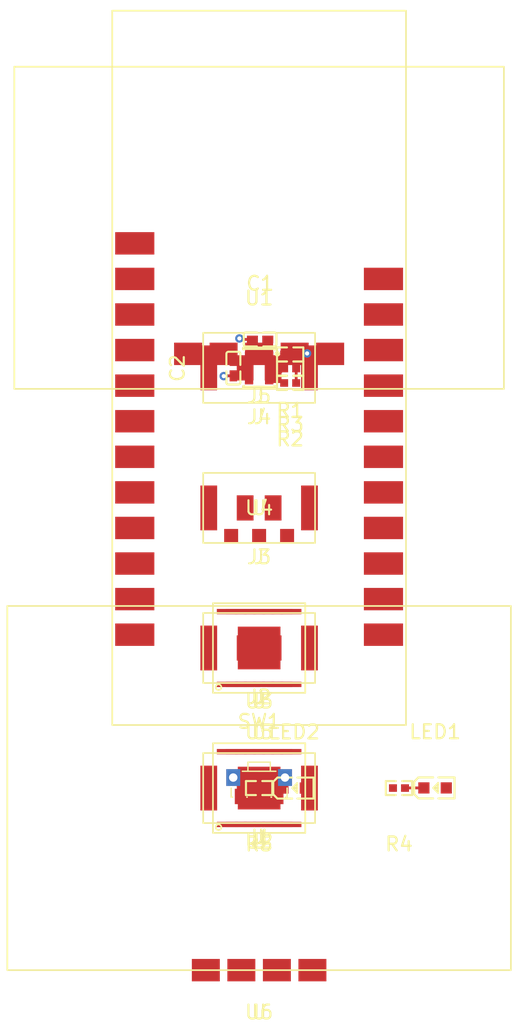
<source format=kicad_pcb>
(kicad_pcb (version 20241229) (generator "atopile") (generator_version "0.12.4")
  (layers (0 "F.Cu" signal) (31 "B.Cu" signal) (34 "B.Paste" user) (35 "F.Paste" user) (36 "B.SilkS" user "B.Silkscreen") (37 "F.SilkS" user "F.Silkscreen") (38 "B.Mask" user) (39 "F.Mask" user) (44 "Edge.Cuts" user))
  (net 0 "")
  (net 1 "address_bit_0")
  (net 2 "MOSI")
  (net 3 "CSB")
  (net 5 "spi-SCL")
  (net 7 "_4")
  (net 10 "footprint-cathode-0")
  (net 11 "_3")
  (net 6 "footprint-cathode-1")
  (net 14 "input")
  (net 16 "drv_right-nFAULT")
  (net 17 "SDA")
  (net 19 "drv_left-nFAULT")
  (net 20 "footprint-SCL")
  (net 21 "VBUS")
  (net 25 "drv_right-BIN2")
  (net 28 "GND")
  (net 29 "drv_right-BIN1")
  (net 31 "drv_right-AIN2")
  (net 32 "GP18")
  (net 34 "drv_right-AIN1")
  (net 35 "drv_left-BIN2")
  (net 38 "led_green_ind-power-anode")
  (net 42 "INT")
  (net 43 "drv_left-BIN1")
  (net 44 "led_red_ind-power-anode")
  (net 4 "drv_left-AOUT1")
  (net 8 "drv_right-AOUT2")
  (net 9 "VSYS")
  (net 12 "drv_right-AOUT1")
  (net 46 "VBAT_IN")
  (net 47 "VM")
  (net 48 "CHG_STATUS")
  (net 49 "drv_left-BOUT2")
  (net 50 "drv_left-AOUT2")
  (net 51 "drv_left-BOUT1")
  (net 52 "drv_right-BOUT2")
  (net 53 "drv_right-BOUT1")
  (net 15 "footprint-net-3")
  (net 18 "footprint-net-2")
  (net 22 "footprint-net-1")
  (net 27 "footprint-net-0")
  (net 30 "TX")
  (net 33 "RX")
  (net 36 "drv_right-SLEEP")
  (net 39 "drv_left-AIN2")
  (net 41 "drv_left-AIN1")
  (net 45 "drv_left-SLEEP")
  (footprint "UNI_ROYAL_0402WGF1002TCE:R0402" (layer "F.Cu") (at 2.219999999999999 -30.960000000000008 180)
    (property "Reference" "R1" (at 0 -4 180) (layer "F.SilkS") (hide no))
    (property "Value" "10kΩ ±1% 62.5mW")
    (fp_line (start -0.23 0.5) (end -0.94 0.5) (stroke (width 0.15)) (layer "F.SilkS"))
    (fp_line (start -0.94 0.5) (end -0.94 -0.5) (stroke (width 0.15)) (layer "F.SilkS"))
    (fp_line (start -0.94 -0.5) (end -0.23 -0.5) (stroke (width 0.15)) (layer "F.SilkS"))
    (fp_line (start 0.23 0.5) (end 0.94 0.5) (stroke (width 0.15)) (layer "F.SilkS"))
    (fp_line (start 0.94 0.5) (end 0.94 -0.5) (stroke (width 0.15)) (layer "F.SilkS"))
    (fp_line (start 0.94 -0.5) (end 0.23 -0.5) (stroke (width 0.15)) (layer "F.SilkS"))
    (fp_text user "${REFERENCE}" (at 0 -4 180) (layer "F.SilkS"))
    (pad "2" smd rect (at 0.43 0 180) (size 0.57 0.54) (layers "F.Cu" "F.Paste" "F.Mask") (net 3 "CSB"))
    (pad "1" smd rect (at -0.43 0 180) (size 0.57 0.54) (layers "F.Cu" "F.Paste" "F.Mask") (net 38 "led_green_ind-power-anode"))
  )
  (footprint "Samsung_Electro_Mechanics_CL05B104KO5NNNC:C0402" (layer "F.Cu") (at 0.06999999999999318 -32.03 0)
    (property "Reference" "C1" (at 0 -4 0) (layer "F.SilkS") (hide no))
    (property "Value" "100nF ±10% 16V X7R")
    (fp_line (start 1.02 -0.5) (end 0.23 -0.5) (stroke (width 0.15)) (layer "F.SilkS"))
    (fp_line (start 0.23 0.5) (end 1.02 0.5) (stroke (width 0.15)) (layer "F.SilkS"))
    (fp_line (start 1.17 0.35) (end 1.17 -0.35) (stroke (width 0.15)) (layer "F.SilkS"))
    (fp_line (start -1.02 -0.5) (end -0.23 -0.5) (stroke (width 0.15)) (layer "F.SilkS"))
    (fp_line (start -0.23 0.5) (end -1.02 0.5) (stroke (width 0.15)) (layer "F.SilkS"))
    (fp_line (start -1.17 0.35) (end -1.17 -0.35) (stroke (width 0.15)) (layer "F.SilkS"))
    (fp_arc (start 1.17 0.35) (mid 1.1260660171779822 0.45606601717798206) (end 1.02 0.4999999999999999) (stroke (width 0.15)) (layer "F.SilkS"))
    (fp_arc (start 1.02 -0.5) (mid 1.1260660171779822 -0.4560660171779821) (end 1.17 -0.35) (stroke (width 0.15)) (layer "F.SilkS"))
    (fp_arc (start -1.17 0.35) (mid -1.1260660171779822 0.45606601717798206) (end -1.02 0.4999999999999999) (stroke (width 0.15)) (layer "F.SilkS"))
    (fp_arc (start -1.02 -0.5) (mid -1.1260660171779822 -0.4560660171779821) (end -1.17 -0.35) (stroke (width 0.15)) (layer "F.SilkS"))
    (fp_text user "${REFERENCE}" (at 0 -4 0) (layer "F.SilkS"))
    (pad "2" smd rect (at 0.55 0 0) (size 0.79 0.54) (layers "F.Cu" "F.Paste" "F.Mask") (net 28 "GND"))
    (pad "1" smd rect (at -0.55 0 0) (size 0.79 0.54) (layers "F.Cu" "F.Paste" "F.Mask") (net 38 "led_green_ind-power-anode"))
  )
  (footprint "Samsung_Electro_Mechanics_CL05B104KO5NNNC:C0402" (layer "F.Cu") (at -1.8400000000000034 -29.980000000000004 90)
    (property "Reference" "C2" (at 0 -4 90) (layer "F.SilkS") (hide no))
    (property "Value" "100nF ±10% 16V X7R")
    (fp_line (start 1.02 -0.5) (end 0.23 -0.5) (stroke (width 0.15)) (layer "F.SilkS"))
    (fp_line (start 0.23 0.5) (end 1.02 0.5) (stroke (width 0.15)) (layer "F.SilkS"))
    (fp_line (start 1.17 0.35) (end 1.17 -0.35) (stroke (width 0.15)) (layer "F.SilkS"))
    (fp_line (start -1.02 -0.5) (end -0.23 -0.5) (stroke (width 0.15)) (layer "F.SilkS"))
    (fp_line (start -0.23 0.5) (end -1.02 0.5) (stroke (width 0.15)) (layer "F.SilkS"))
    (fp_line (start -1.17 0.35) (end -1.17 -0.35) (stroke (width 0.15)) (layer "F.SilkS"))
    (fp_arc (start 1.17 0.35) (mid 1.1260660171779822 0.45606601717798206) (end 1.02 0.4999999999999999) (stroke (width 0.15)) (layer "F.SilkS"))
    (fp_arc (start 1.02 -0.5) (mid 1.1260660171779822 -0.4560660171779821) (end 1.17 -0.35) (stroke (width 0.15)) (layer "F.SilkS"))
    (fp_arc (start -1.17 0.35) (mid -1.1260660171779822 0.45606601717798206) (end -1.02 0.4999999999999999) (stroke (width 0.15)) (layer "F.SilkS"))
    (fp_arc (start -1.02 -0.5) (mid -1.1260660171779822 -0.4560660171779821) (end -1.17 -0.35) (stroke (width 0.15)) (layer "F.SilkS"))
    (fp_text user "${REFERENCE}" (at 0 -4 90) (layer "F.SilkS"))
    (pad "2" smd rect (at 0.55 0 90) (size 0.79 0.54) (layers "F.Cu" "F.Paste" "F.Mask") (net 28 "GND"))
    (pad "1" smd rect (at -0.55 0 90) (size 0.79 0.54) (layers "F.Cu" "F.Paste" "F.Mask") (net 38 "led_green_ind-power-anode"))
  )
  (footprint "Bosch_Sensortec_BMP280:LGA-8_L2.5-W2.0-P0.65_AMP6127" (layer "F.Cu") (at 0 -30 0)
    (property "Reference" "U1" (at 0 -4.98 0) (layer "F.SilkS") (hide no))
    (property "Value" "")
    (fp_line (start 1.1 1.34) (end 1.1 1.4) (stroke (width 0.25)) (layer "F.SilkS"))
    (fp_line (start 1.1 -1.4) (end 1.1 -1.35) (stroke (width 0.25)) (layer "F.SilkS"))
    (fp_line (start -1.1 1.34) (end -1.1 1.4) (stroke (width 0.25)) (layer "F.SilkS"))
    (fp_line (start -1.1 -1.4) (end -1.1 -1.35) (stroke (width 0.25)) (layer "F.SilkS"))
    (fp_line (start -1.1 1.4) (end 1.1 1.4) (stroke (width 0.25)) (layer "F.SilkS"))
    (fp_line (start -1.1 -1.4) (end 1.1 -1.4) (stroke (width 0.25)) (layer "F.SilkS"))
    (fp_circle (center 1.3 -1) (end 1.4 -1) (stroke (width 0.2)) (fill no) (layer "F.SilkS"))
    (fp_text user "${REFERENCE}" (at 0 -4.98 0) (layer "F.SilkS"))
    (pad "5" smd rect (at -0.72 0.98 0) (size 0.6 0.4) (layers "F.Cu" "F.Paste" "F.Mask") (net 1 "address_bit_0"))
    (pad "6" smd rect (at -0.72 0.32 0) (size 0.6 0.4) (layers "F.Cu" "F.Paste" "F.Mask") (net 38 "led_green_ind-power-anode"))
    (pad "7" smd rect (at -0.72 -0.32 0) (size 0.6 0.4) (layers "F.Cu" "F.Paste" "F.Mask") (net 28 "GND"))
    (pad "8" smd rect (at -0.72 -0.98 0) (size 0.6 0.4) (layers "F.Cu" "F.Paste" "F.Mask") (net 38 "led_green_ind-power-anode"))
    (pad "4" smd rect (at 0.72 0.98 0) (size 0.6 0.4) (layers "F.Cu" "F.Paste" "F.Mask") (net 5 "spi-SCL"))
    (pad "3" smd rect (at 0.72 0.32 0) (size 0.6 0.4) (layers "F.Cu" "F.Paste" "F.Mask") (net 2 "MOSI"))
    (pad "2" smd rect (at 0.72 -0.32 0) (size 0.6 0.4) (layers "F.Cu" "F.Paste" "F.Mask") (net 3 "CSB"))
    (pad "1" smd rect (at 0.72 -0.98 0) (size 0.6 0.4) (layers "F.Cu" "F.Paste" "F.Mask") (net 28 "GND"))
  )
  (footprint "UNI_ROYAL_0402WGF1002TCE:R0402" (layer "F.Cu") (at 2.219999999999999 -28.92 180)
    (property "Reference" "R2" (at 0 -4 180) (layer "F.SilkS") (hide no))
    (property "Value" "10kΩ ±1% 62.5mW")
    (fp_line (start -0.23 0.5) (end -0.94 0.5) (stroke (width 0.15)) (layer "F.SilkS"))
    (fp_line (start -0.94 0.5) (end -0.94 -0.5) (stroke (width 0.15)) (layer "F.SilkS"))
    (fp_line (start -0.94 -0.5) (end -0.23 -0.5) (stroke (width 0.15)) (layer "F.SilkS"))
    (fp_line (start 0.23 0.5) (end 0.94 0.5) (stroke (width 0.15)) (layer "F.SilkS"))
    (fp_line (start 0.94 0.5) (end 0.94 -0.5) (stroke (width 0.15)) (layer "F.SilkS"))
    (fp_line (start 0.94 -0.5) (end 0.23 -0.5) (stroke (width 0.15)) (layer "F.SilkS"))
    (fp_text user "${REFERENCE}" (at 0 -4 180) (layer "F.SilkS"))
    (pad "2" smd rect (at 0.43 0 180) (size 0.57 0.54) (layers "F.Cu" "F.Paste" "F.Mask") (net 5 "spi-SCL"))
    (pad "1" smd rect (at -0.43 0 180) (size 0.57 0.54) (layers "F.Cu" "F.Paste" "F.Mask") (net 38 "led_green_ind-power-anode"))
  )
  (footprint "UNI_ROYAL_0402WGF1002TCE:R0402" (layer "F.Cu") (at 2.219999999999999 -29.950000000000003 180)
    (property "Reference" "R3" (at 0 -4 180) (layer "F.SilkS") (hide no))
    (property "Value" "10kΩ ±1% 62.5mW")
    (fp_line (start -0.23 0.5) (end -0.94 0.5) (stroke (width 0.15)) (layer "F.SilkS"))
    (fp_line (start -0.94 0.5) (end -0.94 -0.5) (stroke (width 0.15)) (layer "F.SilkS"))
    (fp_line (start -0.94 -0.5) (end -0.23 -0.5) (stroke (width 0.15)) (layer "F.SilkS"))
    (fp_line (start 0.23 0.5) (end 0.94 0.5) (stroke (width 0.15)) (layer "F.SilkS"))
    (fp_line (start 0.94 0.5) (end 0.94 -0.5) (stroke (width 0.15)) (layer "F.SilkS"))
    (fp_line (start 0.94 -0.5) (end 0.23 -0.5) (stroke (width 0.15)) (layer "F.SilkS"))
    (fp_text user "${REFERENCE}" (at 0 -4 180) (layer "F.SilkS"))
    (pad "2" smd rect (at 0.43 0 180) (size 0.57 0.54) (layers "F.Cu" "F.Paste" "F.Mask") (net 2 "MOSI"))
    (pad "1" smd rect (at -0.43 0 180) (size 0.57 0.54) (layers "F.Cu" "F.Paste" "F.Mask") (net 38 "led_green_ind-power-anode"))
  )
  (footprint "ALPSALPINE_SKTDLDE010:KEY-SMD_SKTDLDE010" (layer "F.Cu") (at 0 0 0)
    (property "Reference" "SW1" (at 0 -4.75 0) (layer "F.SilkS") (hide no))
    (property "Value" "")
    (fp_line (start -0.8 -1.25) (end -0.8 -1.85) (stroke (width 0.1)) (layer "F.SilkS"))
    (fp_line (start -0.8 -1.85) (end 0.8 -1.85) (stroke (width 0.1)) (layer "F.SilkS"))
    (fp_line (start 0.8 -1.85) (end 0.8 -1.25) (stroke (width 0.1)) (layer "F.SilkS"))
    (fp_line (start 0 -1.2) (end 1.2 -1.2) (stroke (width 0.1)) (layer "F.SilkS"))
    (fp_line (start 0 -1.2) (end -1.2 -1.2) (stroke (width 0.1)) (layer "F.SilkS"))
    (fp_line (start -2 0.65) (end -1.89 0.65) (stroke (width 0.1)) (layer "F.SilkS"))
    (fp_line (start -0.88 0.65) (end -0.85 0.65) (stroke (width 0.1)) (layer "F.SilkS"))
    (fp_line (start 0.85 0.65) (end 0.89 0.65) (stroke (width 0.1)) (layer "F.SilkS"))
    (fp_line (start 1.9 0.65) (end 2 0.65) (stroke (width 0.1)) (layer "F.SilkS"))
    (fp_line (start 2 0.65) (end 2 0) (stroke (width 0.1)) (layer "F.SilkS"))
    (fp_line (start -2 0.65) (end -2 0) (stroke (width 0.1)) (layer "F.SilkS"))
    (fp_text user "${REFERENCE}" (at 0 -4.75 0) (layer "F.SilkS"))
    (pad "2" smd rect (at -1.39 0.6 0) (size 0.7 1.1) (layers "F.Cu" "F.Paste" "F.Mask") (net 28 "GND"))
    (pad "1" smd rect (at 1.39 0.6 0) (size 0.7 1.1) (layers "F.Cu" "F.Paste" "F.Mask") (net 14 "input"))
    (pad "3" smd rect (at 0 0.75 0) (size 1.4 1.1) (layers "F.Cu" "F.Paste" "F.Mask") (net 11 "_3"))
    (pad "4" thru_hole rect (at 1.85 -0.75 0) (size 1 1.2) (drill 0.599948) (layers "*.Cu" "*.Mask") (net 7 "_4"))
    (pad "4" thru_hole rect (at -1.85 -0.75 0) (size 1 1.2) (drill 0.599948) (layers "*.Cu" "*.Mask") (net 7 "_4"))
  )
  (footprint "UNI_ROYAL_0402WGF1001TCE:R0402" (layer "F.Cu") (at 10 0 180)
    (property "Reference" "R4" (at 0 -4 180) (layer "F.SilkS") (hide no))
    (property "Value" "1kΩ ±1% 62.5mW")
    (fp_line (start -0.23 0.5) (end -0.94 0.5) (stroke (width 0.15)) (layer "F.SilkS"))
    (fp_line (start -0.94 0.5) (end -0.94 -0.5) (stroke (width 0.15)) (layer "F.SilkS"))
    (fp_line (start -0.94 -0.5) (end -0.23 -0.5) (stroke (width 0.15)) (layer "F.SilkS"))
    (fp_line (start 0.23 0.5) (end 0.94 0.5) (stroke (width 0.15)) (layer "F.SilkS"))
    (fp_line (start 0.94 0.5) (end 0.94 -0.5) (stroke (width 0.15)) (layer "F.SilkS"))
    (fp_line (start 0.94 -0.5) (end 0.23 -0.5) (stroke (width 0.15)) (layer "F.SilkS"))
    (fp_text user "${REFERENCE}" (at 0 -4 180) (layer "F.SilkS"))
    (pad "2" smd rect (at 0.43 0 180) (size 0.57 0.54) (layers "F.Cu" "F.Paste" "F.Mask") (net 28 "GND"))
    (pad "1" smd rect (at -0.43 0 180) (size 0.57 0.54) (layers "F.Cu" "F.Paste" "F.Mask") (net 10 "footprint-cathode-0"))
  )
  (footprint "Hubei_KENTO_Elec_KT_0603G:LED0603-RD" (layer "F.Cu") (at 12.580000000000013 -0.009999999999990905 0)
    (property "Reference" "LED1" (at 0 -4 0) (layer "F.SilkS") (hide no))
    (property "Value" "")
    (fp_line (start 0.22 0.33) (end 0.21 0.33) (stroke (width 0.15)) (layer "F.SilkS"))
    (fp_line (start 0.21 0.33) (end -0.12 0) (stroke (width 0.15)) (layer "F.SilkS"))
    (fp_line (start 0.22 -0.35) (end 0.22 -0.34) (stroke (width 0.15)) (layer "F.SilkS"))
    (fp_line (start 0.22 -0.34) (end -0.12 0) (stroke (width 0.15)) (layer "F.SilkS"))
    (fp_line (start 0.22 -0.35) (end 0.22 0.33) (stroke (width 0.15)) (layer "F.SilkS"))
    (fp_line (start 0.24 -0.75) (end 1.39 -0.75) (stroke (width 0.15)) (layer "F.SilkS"))
    (fp_line (start 0.24 0.75) (end 1.39 0.75) (stroke (width 0.15)) (layer "F.SilkS"))
    (fp_line (start 1.39 -0.75) (end 1.39 0.73) (stroke (width 0.15)) (layer "F.SilkS"))
    (fp_line (start -0.14 0.75) (end -1.19 0.75) (stroke (width 0.15)) (layer "F.SilkS"))
    (fp_line (start -1.49 0.35) (end -1.49 0.45) (stroke (width 0.15)) (layer "F.SilkS"))
    (fp_line (start -1.49 0.45) (end -1.19 0.75) (stroke (width 0.15)) (layer "F.SilkS"))
    (fp_line (start -1.49 -0.35) (end -1.49 0.35) (stroke (width 0.15)) (layer "F.SilkS"))
    (fp_line (start -1.49 -0.35) (end -1.49 -0.45) (stroke (width 0.15)) (layer "F.SilkS"))
    (fp_line (start -1.49 -0.45) (end -1.19 -0.75) (stroke (width 0.15)) (layer "F.SilkS"))
    (fp_line (start -0.14 -0.75) (end -1.19 -0.75) (stroke (width 0.15)) (layer "F.SilkS"))
    (fp_line (start 0.22 0) (end -0.12 0) (stroke (width 0.15)) (layer "F.SilkS"))
    (fp_text user "${REFERENCE}" (at 0 -4 0) (layer "F.SilkS"))
    (pad "2" smd rect (at 0.8 0 90) (size 0.8 0.8) (layers "F.Cu" "F.Paste" "F.Mask") (net 38 "led_green_ind-power-anode"))
    (pad "1" smd rect (at -0.8 0 90) (size 0.8 0.8) (layers "F.Cu" "F.Paste" "F.Mask") (net 10 "footprint-cathode-0"))
  )
  (footprint "UNI_ROYAL_0402WGF1002TCE:R0402" (layer "F.Cu") (at 0 0 180)
    (property "Reference" "R5" (at 0 -4 180) (layer "F.SilkS") (hide no))
    (property "Value" "10kΩ ±1% 62.5mW")
    (fp_line (start -0.23 0.5) (end -0.94 0.5) (stroke (width 0.15)) (layer "F.SilkS"))
    (fp_line (start -0.94 0.5) (end -0.94 -0.5) (stroke (width 0.15)) (layer "F.SilkS"))
    (fp_line (start -0.94 -0.5) (end -0.23 -0.5) (stroke (width 0.15)) (layer "F.SilkS"))
    (fp_line (start 0.23 0.5) (end 0.94 0.5) (stroke (width 0.15)) (layer "F.SilkS"))
    (fp_line (start 0.94 0.5) (end 0.94 -0.5) (stroke (width 0.15)) (layer "F.SilkS"))
    (fp_line (start 0.94 -0.5) (end 0.23 -0.5) (stroke (width 0.15)) (layer "F.SilkS"))
    (fp_text user "${REFERENCE}" (at 0 -4 180) (layer "F.SilkS"))
    (pad "2" smd rect (at 0.43 0 180) (size 0.57 0.54) (layers "F.Cu" "F.Paste" "F.Mask") (net 28 "GND"))
    (pad "1" smd rect (at -0.43 0 180) (size 0.57 0.54) (layers "F.Cu" "F.Paste" "F.Mask") (net 6 "footprint-cathode-1"))
  )
  (footprint "Hubei_KENTO_Elec_KT_0603R:LED0603-RD" (layer "F.Cu") (at 2.5 0 0)
    (property "Reference" "LED2" (at 0 -4 0) (layer "F.SilkS") (hide no))
    (property "Value" "")
    (fp_line (start 0.22 0.33) (end 0.21 0.33) (stroke (width 0.15)) (layer "F.SilkS"))
    (fp_line (start 0.21 0.33) (end -0.12 0) (stroke (width 0.15)) (layer "F.SilkS"))
    (fp_line (start 0.22 -0.35) (end 0.22 -0.34) (stroke (width 0.15)) (layer "F.SilkS"))
    (fp_line (start 0.22 -0.34) (end -0.12 0) (stroke (width 0.15)) (layer "F.SilkS"))
    (fp_line (start 0.22 -0.35) (end 0.22 0.33) (stroke (width 0.15)) (layer "F.SilkS"))
    (fp_line (start 0.24 -0.75) (end 1.39 -0.75) (stroke (width 0.15)) (layer "F.SilkS"))
    (fp_line (start 0.24 0.75) (end 1.39 0.75) (stroke (width 0.15)) (layer "F.SilkS"))
    (fp_line (start 1.39 -0.75) (end 1.39 0.73) (stroke (width 0.15)) (layer "F.SilkS"))
    (fp_line (start -0.14 0.75) (end -1.19 0.75) (stroke (width 0.15)) (layer "F.SilkS"))
    (fp_line (start -1.49 0.35) (end -1.49 0.45) (stroke (width 0.15)) (layer "F.SilkS"))
    (fp_line (start -1.49 0.45) (end -1.19 0.75) (stroke (width 0.15)) (layer "F.SilkS"))
    (fp_line (start -1.49 -0.35) (end -1.49 0.35) (stroke (width 0.15)) (layer "F.SilkS"))
    (fp_line (start -1.49 -0.35) (end -1.49 -0.45) (stroke (width 0.15)) (layer "F.SilkS"))
    (fp_line (start -1.49 -0.45) (end -1.19 -0.75) (stroke (width 0.15)) (layer "F.SilkS"))
    (fp_line (start -0.14 -0.75) (end -1.19 -0.75) (stroke (width 0.15)) (layer "F.SilkS"))
    (fp_line (start 0.22 0) (end -0.12 0) (stroke (width 0.15)) (layer "F.SilkS"))
    (fp_text user "${REFERENCE}" (at 0 -4 0) (layer "F.SilkS"))
    (pad "2" smd rect (at 0.8 0 90) (size 0.8 0.8) (layers "F.Cu" "F.Paste" "F.Mask") (net 44 "led_red_ind-power-anode"))
    (pad "1" smd rect (at -0.8 0 90) (size 0.8 0.8) (layers "F.Cu" "F.Paste" "F.Mask") (net 6 "footprint-cathode-1"))
  )
  (footprint "TI_DRV8833:TI_DRV8833" (layer "F.Cu") (at 0 0 0)
    (property "Reference" "U2" (at 0 3.8 0) (layer "F.SilkS") (hide no))
    (property "Value" "")
    (fp_line (start -3.3 -3.2) (end 3.3 -3.2) (stroke (width 0.12)) (layer "F.SilkS"))
    (fp_line (start 3.3 -3.2) (end 3.3 3.2) (stroke (width 0.12)) (layer "F.SilkS"))
    (fp_line (start 3.3 3.2) (end -3.3 3.2) (stroke (width 0.12)) (layer "F.SilkS"))
    (fp_line (start -3.3 3.2) (end -3.3 -3.2) (stroke (width 0.12)) (layer "F.SilkS"))
    (fp_circle (center -2.9 2.8) (end -2.7 2.8) (stroke (width 0.12)) (fill no) (layer "F.SilkS"))
    (fp_text user "U" (at 0 3.8 0) (layer "F.SilkS"))
    (pad "AIN1" smd rect (at -2.275 2.6 0) (size 1.5 0.38) (layers "F.Cu" "F.Paste" "F.Mask") (net 41 "drv_left-AIN1"))
    (pad "AIN2" smd rect (at -1.625 2.6 0) (size 1.5 0.38) (layers "F.Cu" "F.Paste" "F.Mask") (net 39 "drv_left-AIN2"))
    (pad "BIN1" smd rect (at -0.975 2.6 0) (size 1.5 0.38) (layers "F.Cu" "F.Paste" "F.Mask") (net 43 "drv_left-BIN1"))
    (pad "BIN2" smd rect (at -0.325 2.6 0) (size 1.5 0.38) (layers "F.Cu" "F.Paste" "F.Mask") (net 35 "drv_left-BIN2"))
    (pad "SLEEP" smd rect (at 0.325 2.6 0) (size 1.5 0.38) (layers "F.Cu" "F.Paste" "F.Mask") (net 45 "drv_left-SLEEP"))
    (pad "nFAULT" smd rect (at 0.975 2.6 0) (size 1.5 0.38) (layers "F.Cu" "F.Paste" "F.Mask") (net 19 "drv_left-nFAULT"))
    (pad "VM" smd rect (at 1.625 2.6 0) (size 1.5 0.38) (layers "F.Cu" "F.Paste" "F.Mask") (net 47 "VM"))
    (pad "GND" smd rect (at 2.275 2.6 0) (size 1.5 0.38) (layers "F.Cu" "F.Paste" "F.Mask") (net 28 "GND"))
    (pad "AOUT1" smd rect (at -2.275 -2.6 0) (size 1.5 0.38) (layers "F.Cu" "F.Paste" "F.Mask") (net 4 "drv_left-AOUT1"))
    (pad "AOUT2" smd rect (at -1.625 -2.6 0) (size 1.5 0.38) (layers "F.Cu" "F.Paste" "F.Mask") (net 50 "drv_left-AOUT2"))
    (pad "BOUT1" smd rect (at -0.975 -2.6 0) (size 1.5 0.38) (layers "F.Cu" "F.Paste" "F.Mask") (net 51 "drv_left-BOUT1"))
    (pad "BOUT2" smd rect (at -0.325 -2.6 0) (size 1.5 0.38) (layers "F.Cu" "F.Paste" "F.Mask") (net 49 "drv_left-BOUT2"))
    (pad "VM" smd rect (at 0.325 -2.6 0) (size 1.5 0.38) (layers "F.Cu" "F.Paste" "F.Mask") (net 47 "VM"))
    (pad "GND" smd rect (at 0.975 -2.6 0) (size 1.5 0.38) (layers "F.Cu" "F.Paste" "F.Mask") (net 28 "GND"))
    (pad "SLEEP" smd rect (at 1.625 -2.6 0) (size 1.5 0.38) (layers "F.Cu" "F.Paste" "F.Mask") (net 45 "drv_left-SLEEP"))
    (pad "nFAULT" smd rect (at 2.275 -2.6 0) (size 1.5 0.38) (layers "F.Cu" "F.Paste" "F.Mask") (net 19 "drv_left-nFAULT"))
    (pad "GND" smd rect (at 0 0 0) (size 3.05 3.05) (layers "F.Cu" "F.Paste" "F.Mask") (net 28 "GND"))
  )
  (footprint "TI_DRV8833:TI_DRV8833" (layer "F.Cu") (at 0 -10 0)
    (property "Reference" "U3" (at 0 3.8 0) (layer "F.SilkS") (hide no))
    (property "Value" "")
    (fp_line (start -3.3 -3.2) (end 3.3 -3.2) (stroke (width 0.12)) (layer "F.SilkS"))
    (fp_line (start 3.3 -3.2) (end 3.3 3.2) (stroke (width 0.12)) (layer "F.SilkS"))
    (fp_line (start 3.3 3.2) (end -3.3 3.2) (stroke (width 0.12)) (layer "F.SilkS"))
    (fp_line (start -3.3 3.2) (end -3.3 -3.2) (stroke (width 0.12)) (layer "F.SilkS"))
    (fp_circle (center -2.9 2.8) (end -2.7 2.8) (stroke (width 0.12)) (fill no) (layer "F.SilkS"))
    (fp_text user "U" (at 0 3.8 0) (layer "F.SilkS"))
    (pad "AIN1" smd rect (at -2.275 2.6 0) (size 1.5 0.38) (layers "F.Cu" "F.Paste" "F.Mask") (net 34 "drv_right-AIN1"))
    (pad "AIN2" smd rect (at -1.625 2.6 0) (size 1.5 0.38) (layers "F.Cu" "F.Paste" "F.Mask") (net 31 "drv_right-AIN2"))
    (pad "BIN1" smd rect (at -0.975 2.6 0) (size 1.5 0.38) (layers "F.Cu" "F.Paste" "F.Mask") (net 29 "drv_right-BIN1"))
    (pad "BIN2" smd rect (at -0.325 2.6 0) (size 1.5 0.38) (layers "F.Cu" "F.Paste" "F.Mask") (net 25 "drv_right-BIN2"))
    (pad "SLEEP" smd rect (at 0.325 2.6 0) (size 1.5 0.38) (layers "F.Cu" "F.Paste" "F.Mask") (net 36 "drv_right-SLEEP"))
    (pad "nFAULT" smd rect (at 0.975 2.6 0) (size 1.5 0.38) (layers "F.Cu" "F.Paste" "F.Mask") (net 16 "drv_right-nFAULT"))
    (pad "VM" smd rect (at 1.625 2.6 0) (size 1.5 0.38) (layers "F.Cu" "F.Paste" "F.Mask") (net 47 "VM"))
    (pad "GND" smd rect (at 2.275 2.6 0) (size 1.5 0.38) (layers "F.Cu" "F.Paste" "F.Mask") (net 28 "GND"))
    (pad "AOUT1" smd rect (at -2.275 -2.6 0) (size 1.5 0.38) (layers "F.Cu" "F.Paste" "F.Mask") (net 12 "drv_right-AOUT1"))
    (pad "AOUT2" smd rect (at -1.625 -2.6 0) (size 1.5 0.38) (layers "F.Cu" "F.Paste" "F.Mask") (net 8 "drv_right-AOUT2"))
    (pad "BOUT1" smd rect (at -0.975 -2.6 0) (size 1.5 0.38) (layers "F.Cu" "F.Paste" "F.Mask") (net 53 "drv_right-BOUT1"))
    (pad "BOUT2" smd rect (at -0.325 -2.6 0) (size 1.5 0.38) (layers "F.Cu" "F.Paste" "F.Mask") (net 52 "drv_right-BOUT2"))
    (pad "VM" smd rect (at 0.325 -2.6 0) (size 1.5 0.38) (layers "F.Cu" "F.Paste" "F.Mask") (net 47 "VM"))
    (pad "GND" smd rect (at 0.975 -2.6 0) (size 1.5 0.38) (layers "F.Cu" "F.Paste" "F.Mask") (net 28 "GND"))
    (pad "SLEEP" smd rect (at 1.625 -2.6 0) (size 1.5 0.38) (layers "F.Cu" "F.Paste" "F.Mask") (net 36 "drv_right-SLEEP"))
    (pad "nFAULT" smd rect (at 2.275 -2.6 0) (size 1.5 0.38) (layers "F.Cu" "F.Paste" "F.Mask") (net 16 "drv_right-nFAULT"))
    (pad "GND" smd rect (at 0 0 0) (size 3.05 3.05) (layers "F.Cu" "F.Paste" "F.Mask") (net 28 "GND"))
  )
  (footprint "GY-91:GY-91" (layer "F.Cu") (at 0 -20 0)
    (property "Reference" "U4" (at 0 0 0) (layer "F.SilkS") (hide no))
    (property "Value" "")
    (fp_text user "U" (at 0 0 0) (layer "F.SilkS"))
    (pad "SDA" smd rect (at -2 2 0) (size 1 1) (layers "F.Cu" "F.Paste" "F.Mask") (net 17 "SDA"))
    (pad "SCL" smd rect (at 0 2 0) (size 1 1) (layers "F.Cu" "F.Paste" "F.Mask") (net 20 "footprint-SCL"))
    (pad "INT" smd rect (at 2 2 0) (size 1 1) (layers "F.Cu" "F.Paste" "F.Mask") (net 42 "INT"))
    (pad "VCC" smd rect (at -1 0 0) (size 1 1) (layers "F.Cu" "F.Paste" "F.Mask") (net 38 "led_green_ind-power-anode"))
    (pad "GND" smd rect (at 1 0 0) (size 1 1) (layers "F.Cu" "F.Paste" "F.Mask") (net 28 "GND"))
  )
  (footprint "Raspberry_Pi_Pico_2W:Raspberry_Pi_Pico_2W" (layer "F.Cu") (at 0 -30 0)
    (property "Reference" "U5" (at 0 26 0) (layer "F.SilkS") (hide no))
    (property "Value" "")
    (fp_line (start -10.5 -25.5) (end 10.5 -25.5) (stroke (width 0.12)) (layer "F.SilkS"))
    (fp_line (start 10.5 -25.5) (end 10.5 25.5) (stroke (width 0.12)) (layer "F.SilkS"))
    (fp_line (start 10.5 25.5) (end -10.5 25.5) (stroke (width 0.12)) (layer "F.SilkS"))
    (fp_line (start -10.5 25.5) (end -10.5 -25.5) (stroke (width 0.12)) (layer "F.SilkS"))
    (fp_text user "U" (at 0 26 0) (layer "F.SilkS"))
    (pad "GP0" smd rect (at -8.89 19.05 0) (size 2.8 1.6) (layers "F.Cu" "F.Paste" "F.Mask") (net 33 "RX"))
    (pad "GP1" smd rect (at -8.89 16.51 0) (size 2.8 1.6) (layers "F.Cu" "F.Paste" "F.Mask") (net 30 "TX"))
    (pad "GP2" smd rect (at -8.89 13.97 0) (size 2.8 1.6) (layers "F.Cu" "F.Paste" "F.Mask") (net 43 "drv_left-BIN1"))
    (pad "GP3" smd rect (at -8.89 11.43 0) (size 2.8 1.6) (layers "F.Cu" "F.Paste" "F.Mask") (net 35 "drv_left-BIN2"))
    (pad "GP4" smd rect (at -8.89 8.89 0) (size 2.8 1.6) (layers "F.Cu" "F.Paste" "F.Mask") (net 34 "drv_right-AIN1"))
    (pad "GP5" smd rect (at -8.89 6.35 0) (size 2.8 1.6) (layers "F.Cu" "F.Paste" "F.Mask") (net 31 "drv_right-AIN2"))
    (pad "GP6" smd rect (at -8.89 3.81 0) (size 2.8 1.6) (layers "F.Cu" "F.Paste" "F.Mask") (net 29 "drv_right-BIN1"))
    (pad "GP7" smd rect (at -8.89 1.27 0) (size 2.8 1.6) (layers "F.Cu" "F.Paste" "F.Mask") (net 25 "drv_right-BIN2"))
    (pad "GP8" smd rect (at -8.89 -1.27 0) (size 2.8 1.6) (layers "F.Cu" "F.Paste" "F.Mask") (net 41 "drv_left-AIN1"))
    (pad "GP9" smd rect (at -8.89 -3.81 0) (size 2.8 1.6) (layers "F.Cu" "F.Paste" "F.Mask") (net 39 "drv_left-AIN2"))
    (pad "GND" smd rect (at -8.89 -6.35 0) (size 2.8 1.6) (layers "F.Cu" "F.Paste" "F.Mask") (net 28 "GND"))
    (pad "V3V3" smd rect (at -8.89 -8.89 0) (size 2.8 1.6) (layers "F.Cu" "F.Paste" "F.Mask") (net 38 "led_green_ind-power-anode"))
    (pad "SDA" smd rect (at 8.89 19.05 0) (size 2.8 1.6) (layers "F.Cu" "F.Paste" "F.Mask") (net 17 "SDA"))
    (pad "SCL" smd rect (at 8.89 16.51 0) (size 2.8 1.6) (layers "F.Cu" "F.Paste" "F.Mask") (net 20 "footprint-SCL"))
    (pad "VSYS" smd rect (at 8.89 13.97 0) (size 2.8 1.6) (layers "F.Cu" "F.Paste" "F.Mask") (net 9 "VSYS"))
    (pad "VBUS" smd rect (at 8.89 11.43 0) (size 2.8 1.6) (layers "F.Cu" "F.Paste" "F.Mask") (net 21 "VBUS"))
    (pad "GP13" smd rect (at 8.89 8.89 0) (size 2.8 1.6) (layers "F.Cu" "F.Paste" "F.Mask") (net 14 "input"))
    (pad "GP14" smd rect (at 8.89 6.35 0) (size 2.8 1.6) (layers "F.Cu" "F.Paste" "F.Mask") (net 44 "led_red_ind-power-anode"))
    (pad "GP15" smd rect (at 8.89 3.81 0) (size 2.8 1.6) (layers "F.Cu" "F.Paste" "F.Mask") (net 45 "drv_left-SLEEP"))
    (pad "GP16" smd rect (at 8.89 1.27 0) (size 2.8 1.6) (layers "F.Cu" "F.Paste" "F.Mask") (net 42 "INT"))
    (pad "GP17" smd rect (at 8.89 -1.27 0) (size 2.8 1.6) (layers "F.Cu" "F.Paste" "F.Mask") (net 36 "drv_right-SLEEP"))
    (pad "GP18" smd rect (at 8.89 -3.81 0) (size 2.8 1.6) (layers "F.Cu" "F.Paste" "F.Mask") (net 32 "GP18"))
    (pad "GND" smd rect (at 8.89 -6.35 0) (size 2.8 1.6) (layers "F.Cu" "F.Paste" "F.Mask") (net 28 "GND"))
  )
  (footprint "Connector_2Pin_JST_PH:JST_PH_B2B-PH-SM4-TB" (layer "F.Cu") (at 0 0 0)
    (property "Reference" "J1" (at 0 3.5 0) (layer "F.SilkS") (hide no))
    (property "Value" "")
    (fp_line (start -4 -2.5) (end 4 -2.5) (stroke (width 0.12)) (layer "F.SilkS"))
    (fp_line (start 4 -2.5) (end 4 2.5) (stroke (width 0.12)) (layer "F.SilkS"))
    (fp_line (start 4 2.5) (end -4 2.5) (stroke (width 0.12)) (layer "F.SilkS"))
    (fp_line (start -4 2.5) (end -4 -2.5) (stroke (width 0.12)) (layer "F.SilkS"))
    (fp_text user "J" (at 0 3.5 0) (layer "F.SilkS"))
    (pad "1" smd rect (at -1 0 0) (size 1.2 1.8) (layers "F.Cu" "F.Paste" "F.Mask") (net 4 "drv_left-AOUT1"))
    (pad "2" smd rect (at 1 0 0) (size 1.2 1.8) (layers "F.Cu" "F.Paste" "F.Mask") (net 50 "drv_left-AOUT2"))
    (pad "MP" smd rect (at -3.6 0 0) (size 1.2 3.2) (layers "F.Cu" "F.Paste" "F.Mask") (net 27 "footprint-net-0"))
    (pad "MP" smd rect (at 3.6 0 0) (size 1.2 3.2) (layers "F.Cu" "F.Paste" "F.Mask") (net 27 "footprint-net-0"))
  )
  (footprint "Connector_2Pin_JST_PH:JST_PH_B2B-PH-SM4-TB" (layer "F.Cu") (at 0 -10 0)
    (property "Reference" "J2" (at 0 3.5 0) (layer "F.SilkS") (hide no))
    (property "Value" "")
    (fp_line (start -4 -2.5) (end 4 -2.5) (stroke (width 0.12)) (layer "F.SilkS"))
    (fp_line (start 4 -2.5) (end 4 2.5) (stroke (width 0.12)) (layer "F.SilkS"))
    (fp_line (start 4 2.5) (end -4 2.5) (stroke (width 0.12)) (layer "F.SilkS"))
    (fp_line (start -4 2.5) (end -4 -2.5) (stroke (width 0.12)) (layer "F.SilkS"))
    (fp_text user "J" (at 0 3.5 0) (layer "F.SilkS"))
    (pad "1" smd rect (at -1 0 0) (size 1.2 1.8) (layers "F.Cu" "F.Paste" "F.Mask") (net 51 "drv_left-BOUT1"))
    (pad "2" smd rect (at 1 0 0) (size 1.2 1.8) (layers "F.Cu" "F.Paste" "F.Mask") (net 49 "drv_left-BOUT2"))
    (pad "MP" smd rect (at -3.6 0 0) (size 1.2 3.2) (layers "F.Cu" "F.Paste" "F.Mask") (net 22 "footprint-net-1"))
    (pad "MP" smd rect (at 3.6 0 0) (size 1.2 3.2) (layers "F.Cu" "F.Paste" "F.Mask") (net 22 "footprint-net-1"))
  )
  (footprint "Connector_2Pin_JST_PH:JST_PH_B2B-PH-SM4-TB" (layer "F.Cu") (at 0 -20 0)
    (property "Reference" "J3" (at 0 3.5 0) (layer "F.SilkS") (hide no))
    (property "Value" "")
    (fp_line (start -4 -2.5) (end 4 -2.5) (stroke (width 0.12)) (layer "F.SilkS"))
    (fp_line (start 4 -2.5) (end 4 2.5) (stroke (width 0.12)) (layer "F.SilkS"))
    (fp_line (start 4 2.5) (end -4 2.5) (stroke (width 0.12)) (layer "F.SilkS"))
    (fp_line (start -4 2.5) (end -4 -2.5) (stroke (width 0.12)) (layer "F.SilkS"))
    (fp_text user "J" (at 0 3.5 0) (layer "F.SilkS"))
    (pad "1" smd rect (at -1 0 0) (size 1.2 1.8) (layers "F.Cu" "F.Paste" "F.Mask") (net 12 "drv_right-AOUT1"))
    (pad "2" smd rect (at 1 0 0) (size 1.2 1.8) (layers "F.Cu" "F.Paste" "F.Mask") (net 8 "drv_right-AOUT2"))
    (pad "MP" smd rect (at -3.6 0 0) (size 1.2 3.2) (layers "F.Cu" "F.Paste" "F.Mask") (net 18 "footprint-net-2"))
    (pad "MP" smd rect (at 3.6 0 0) (size 1.2 3.2) (layers "F.Cu" "F.Paste" "F.Mask") (net 18 "footprint-net-2"))
  )
  (footprint "Connector_2Pin_JST_PH:JST_PH_B2B-PH-SM4-TB" (layer "F.Cu") (at 0 -30 0)
    (property "Reference" "J4" (at 0 3.5 0) (layer "F.SilkS") (hide no))
    (property "Value" "")
    (fp_line (start -4 -2.5) (end 4 -2.5) (stroke (width 0.12)) (layer "F.SilkS"))
    (fp_line (start 4 -2.5) (end 4 2.5) (stroke (width 0.12)) (layer "F.SilkS"))
    (fp_line (start 4 2.5) (end -4 2.5) (stroke (width 0.12)) (layer "F.SilkS"))
    (fp_line (start -4 2.5) (end -4 -2.5) (stroke (width 0.12)) (layer "F.SilkS"))
    (fp_text user "J" (at 0 3.5 0) (layer "F.SilkS"))
    (pad "1" smd rect (at -1 0 0) (size 1.2 1.8) (layers "F.Cu" "F.Paste" "F.Mask") (net 53 "drv_right-BOUT1"))
    (pad "2" smd rect (at 1 0 0) (size 1.2 1.8) (layers "F.Cu" "F.Paste" "F.Mask") (net 52 "drv_right-BOUT2"))
    (pad "MP" smd rect (at -3.6 0 0) (size 1.2 3.2) (layers "F.Cu" "F.Paste" "F.Mask") (net 15 "footprint-net-3"))
    (pad "MP" smd rect (at 3.6 0 0) (size 1.2 3.2) (layers "F.Cu" "F.Paste" "F.Mask") (net 15 "footprint-net-3"))
  )
  (footprint "AmigoPro_PIM485:AmigoPro_PIM485" (layer "F.Cu") (at 0 -40 0)
    (property "Reference" "J5" (at 0 12 0) (layer "F.SilkS") (hide no))
    (property "Value" "")
    (fp_line (start -17.5 -11.5) (end 17.5 -11.5) (stroke (width 0.12)) (layer "F.SilkS"))
    (fp_line (start 17.5 -11.5) (end 17.5 11.5) (stroke (width 0.12)) (layer "F.SilkS"))
    (fp_line (start 17.5 11.5) (end -17.5 11.5) (stroke (width 0.12)) (layer "F.SilkS"))
    (fp_line (start -17.5 11.5) (end -17.5 -11.5) (stroke (width 0.12)) (layer "F.SilkS"))
    (fp_text user "J" (at 0 12 0) (layer "F.SilkS"))
    (pad "VBAT_IN" smd rect (at -5.08 9 0) (size 2 1.6) (layers "F.Cu" "F.Paste" "F.Mask") (net 46 "VBAT_IN"))
    (pad "VBAT_OUT" smd rect (at -2.54 9 0) (size 2 1.6) (layers "F.Cu" "F.Paste" "F.Mask") (net 9 "VSYS"))
    (pad "V5" smd rect (at 0 9 0) (size 2 1.6) (layers "F.Cu" "F.Paste" "F.Mask") (net 47 "VM"))
    (pad "GND" smd rect (at 2.54 9 0) (size 2 1.6) (layers "F.Cu" "F.Paste" "F.Mask") (net 28 "GND"))
    (pad "CHG_STATUS" smd rect (at 5.08 9 0) (size 2 1.6) (layers "F.Cu" "F.Paste" "F.Mask") (net 48 "CHG_STATUS"))
  )
  (footprint "Aideepen_GPS_Module:Aideepen_GPS_Module" (layer "F.Cu") (at 0 0 0)
    (property "Reference" "U6" (at 0 16 0) (layer "F.SilkS") (hide no))
    (property "Value" "")
    (fp_line (start -18 -13) (end 18 -13) (stroke (width 0.12)) (layer "F.SilkS"))
    (fp_line (start 18 -13) (end 18 13) (stroke (width 0.12)) (layer "F.SilkS"))
    (fp_line (start 18 13) (end -18 13) (stroke (width 0.12)) (layer "F.SilkS"))
    (fp_line (start -18 13) (end -18 -13) (stroke (width 0.12)) (layer "F.SilkS"))
    (fp_text user "U" (at 0 16 0) (layer "F.SilkS"))
    (pad "VCC" smd rect (at -3.81 13 0) (size 2 1.6) (layers "F.Cu" "F.Paste" "F.Mask") (net 38 "led_green_ind-power-anode"))
    (pad "GND" smd rect (at -1.27 13 0) (size 2 1.6) (layers "F.Cu" "F.Paste" "F.Mask") (net 28 "GND"))
    (pad "TX" smd rect (at 1.27 13 0) (size 2 1.6) (layers "F.Cu" "F.Paste" "F.Mask") (net 30 "TX"))
    (pad "RX" smd rect (at 3.81 13 0) (size 2 1.6) (layers "F.Cu" "F.Paste" "F.Mask") (net 33 "RX"))
  )
  (via (at -1.4099999999999966 -32.099999999999994) (size 0.6) (drill 0.3) (layers "F.Cu" "B.Cu") (net 0))
  (via (at -2.530000000000001 -29.409999999999997) (size 0.6) (drill 0.3) (layers "F.Cu" "B.Cu") (net 0))
  (via (at 3.4299999999999784 -31.03) (size 0.6) (drill 0.3) (layers "F.Cu" "B.Cu") (net 0))
  (segment (start 0.7199999999999989 -31.930000000000007) (end 0.6200000000000045 -32.03) (width 0.2) (net 0) (layer "F.Cu"))
  (segment (start -0.7199999999999989 -30.320000000000007) (end -0.21999999999999886 -30.320000000000007) (width 0.2) (net 0) (layer "F.Cu"))
  (segment (start 0.4399999999999977 -30.980000000000004) (end 0.7199999999999989 -30.980000000000004) (width 0.2) (net 0) (layer "F.Cu"))
  (segment (start 0.7199999999999989 -30.980000000000004) (end 0.7199999999999989 -31.930000000000007) (width 0.2) (net 0) (layer "F.Cu"))
  (segment (start -0.21999999999999886 -30.320000000000007) (end 0.4399999999999977 -30.980000000000004) (width 0.2) (net 0) (layer "F.Cu"))
  (segment (start -1.6299999999999955 -30.320000000000007) (end -1.8400000000000034 -30.53) (width 0.2) (net 0) (layer "F.Cu"))
  (segment (start -0.7199999999999989 -30.320000000000007) (end -1.6299999999999955 -30.320000000000007) (width 0.2) (net 0) (layer "F.Cu"))
  (segment (start -0.4800000000000182 -31.22) (end -0.7199999999999989 -30.980000000000004) (width 0.2) (net 0) (layer "F.Cu"))
  (segment (start -0.4800000000000182 -32.03) (end -0.4800000000000182 -31.22) (width 0.2) (net 0) (layer "F.Cu"))
  (segment (start -0.4800000000000182 -32.03) (end -1.3400000000000034 -32.03) (width 0.2) (net 0) (layer "F.Cu"))
  (segment (start -1.3400000000000034 -32.03) (end -1.4099999999999966 -32.099999999999994) (width 0.2) (net 0) (layer "F.Cu"))
  (segment (start 0.7299999999999898 -30.33) (end 0.7199999999999989 -30.320000000000007) (width 0.2) (net 3) (layer "F.Cu"))
  (segment (start 1.1499999999999773 -30.320000000000007) (end 1.789999999999992 -30.960000000000008) (width 0.2) (net 3) (layer "F.Cu"))
  (segment (start 0.7199999999999989 -30.320000000000007) (end 1.1499999999999773 -30.320000000000007) (width 0.2) (net 3) (layer "F.Cu"))
  (segment (start 1.5199999999999818 -29.680000000000007) (end 0.7199999999999989 -29.680000000000007) (width 0.2) (net 2) (layer "F.Cu"))
  (segment (start 1.789999999999992 -29.950000000000003) (end 1.5199999999999818 -29.680000000000007) (width 0.2) (net 2) (layer "F.Cu"))
  (segment (start 0.7199999999999989 -29.019999999999996) (end 1.6899999999999977 -29.019999999999996) (width 0.2) (net 5) (layer "F.Cu"))
  (segment (start 1.6899999999999977 -29.019999999999996) (end 1.789999999999992 -28.92) (width 0.2) (net 5) (layer "F.Cu"))
  (segment (start -1.8400000000000034 -29.430000000000007) (end -2.5100000000000193 -29.430000000000007) (width 0.2) (net 0) (layer "F.Cu"))
  (segment (start -2.5100000000000193 -29.430000000000007) (end -2.530000000000001 -29.409999999999997) (width 0.2) (net 0) (layer "F.Cu"))
  (segment (start 2.6499999999999773 -30.960000000000008) (end 3.359999999999985 -30.960000000000008) (width 0.2) (net 0) (layer "F.Cu"))
  (segment (start -1.8400000000000034 -29.430000000000007) (end -1.5900000000000034 -29.680000000000007) (width 0.2) (net 0) (layer "F.Cu"))
  (segment (start 3.359999999999985 -30.960000000000008) (end 3.4299999999999784 -31.03) (width 0.2) (net 0) (layer "F.Cu"))
  (segment (start -1.5900000000000034 -29.680000000000007) (end -0.7199999999999989 -29.680000000000007) (width 0.2) (net 0) (layer "F.Cu"))
  (segment (start 2.6499999999999773 -28.92) (end 2.6499999999999773 -30.960000000000008) (width 0.2) (net 0) (layer "F.Cu"))
  (segment (start 10.439999999999998 -0.009999999999990905) (end 11.780000000000001 -0.009999999999990905) (width 0.2) (net 10) (layer "F.Cu"))
  (segment (start 0.43000000000000016 0) (end 1.7 0) (width 0.2) (net 6) (layer "F.Cu"))
)
</source>
